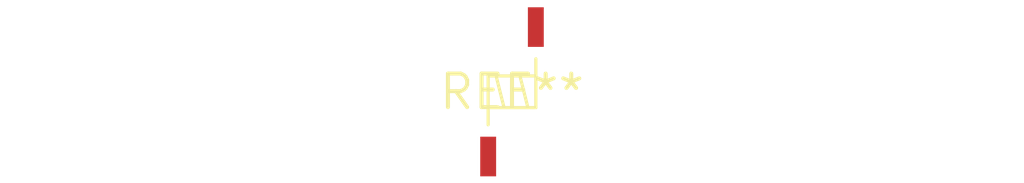
<source format=kicad_pcb>
(kicad_pcb (version 20240108) (generator pcbnew)
  (layers (0 "F.Cu" signal) (31 "B.Cu" signal) (34 "B.Paste" user) (35 "F.Paste" user) (36 "B.SilkS" user "B.Silkscreen") (37 "F.SilkS" user "F.Silkscreen") (38 "B.Mask" user) (39 "F.Mask" user) (44 "Edge.Cuts" user))
  (net 0 "")
  (footprint "L_Neosid_Air-Coil_SML_5turn_HAM0531A" (layer "F.Cu") (at 0 0)
    (property "Reference" "REF**")
    (property "Value" "L_Neosid_Air-Coil_SML_5turn_HAM0531A")
    (fp_line (start -0.9 -0.6) (end 0.9 -0.6) (layer "F.SilkS") (stroke (width 0.12)))
    (fp_line (start -0.9 1.25) (end -0.9 -0.6) (layer "F.SilkS") (stroke (width 0.12)))
    (fp_line (start -0.6 -0.6) (end -0.3 0.6) (layer "F.SilkS") (stroke (width 0.12)))
    (fp_line (start 0.3 -0.6) (end 0.6 0.6) (layer "F.SilkS") (stroke (width 0.12)))
    (fp_line (start 0.9 0.6) (end -0.9 0.6) (layer "F.SilkS") (stroke (width 0.12)))
    (fp_line (start 0.9 0.6) (end 0.9 -1.25) (layer "F.SilkS") (stroke (width 0.12)))
    (pad "1" smd rect (at -0.9 2.45) (size 0.6 1.5) (layers "F.Cu" "F.Paste" "F.Mask"))
    (pad "2" smd rect (at 0.9 -2.45) (size 0.6 1.5) (layers "F.Cu" "F.Paste" "F.Mask"))
  )
)
</source>
